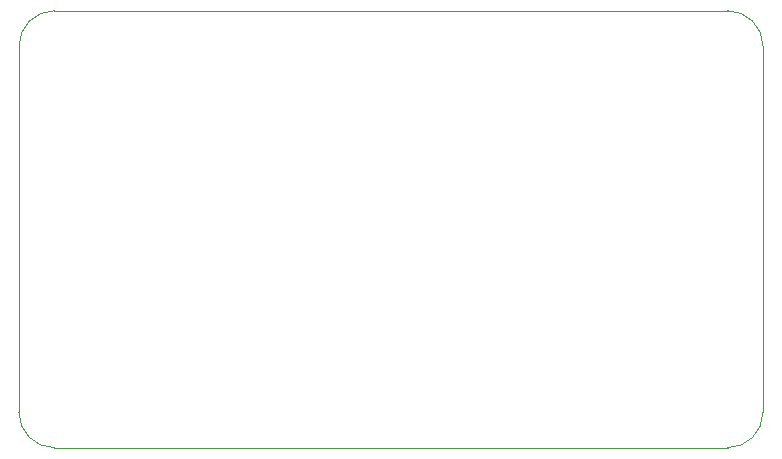
<source format=gbr>
%TF.GenerationSoftware,KiCad,Pcbnew,9.0.5*%
%TF.CreationDate,2025-10-12T20:06:32-04:00*%
%TF.ProjectId,switchboard-mk3,73776974-6368-4626-9f61-72642d6d6b33,rev?*%
%TF.SameCoordinates,Original*%
%TF.FileFunction,Profile,NP*%
%FSLAX46Y46*%
G04 Gerber Fmt 4.6, Leading zero omitted, Abs format (unit mm)*
G04 Created by KiCad (PCBNEW 9.0.5) date 2025-10-12 20:06:32*
%MOMM*%
%LPD*%
G01*
G04 APERTURE LIST*
%TA.AperFunction,Profile*%
%ADD10C,0.050000*%
%TD*%
G04 APERTURE END LIST*
D10*
X168000000Y-61000000D02*
X168000000Y-92000000D01*
X231000000Y-61000000D02*
X231000000Y-92000000D01*
X231000000Y-92000000D02*
G75*
G02*
X228000000Y-95000000I-3000000J0D01*
G01*
X228000000Y-58000000D02*
X171000000Y-58000000D01*
X171000000Y-95000000D02*
G75*
G02*
X168000000Y-92000000I0J3000000D01*
G01*
X168000000Y-61000000D02*
G75*
G02*
X171000000Y-58000000I3000000J0D01*
G01*
X171000000Y-95000000D02*
X228000000Y-95000000D01*
X228000000Y-58000000D02*
G75*
G02*
X231000000Y-61000000I0J-3000000D01*
G01*
M02*

</source>
